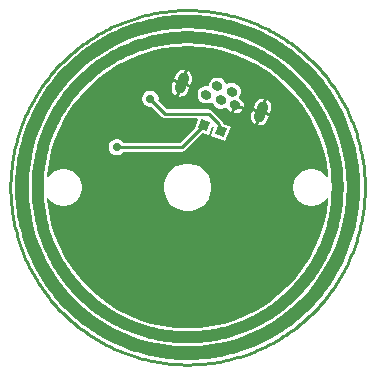
<source format=gbl>
G04*
G04 #@! TF.GenerationSoftware,Altium Limited,Altium Designer,22.0.2 (36)*
G04*
G04 Layer_Physical_Order=2*
G04 Layer_Color=16711680*
%FSLAX25Y25*%
%MOIN*%
G70*
G04*
G04 #@! TF.SameCoordinates,1EF7E0F6-051E-4D54-85AB-B994BD640D93*
G04*
G04*
G04 #@! TF.FilePolarity,Positive*
G04*
G01*
G75*
%ADD13C,0.01000*%
G04:AMPARAMS|DCode=31|XSize=71.5mil|YSize=35.75mil|CornerRadius=0mil|HoleSize=0mil|Usage=FLASHONLY|Rotation=250.000|XOffset=0mil|YOffset=0mil|HoleType=Round|Shape=Round|*
%AMOVALD31*
21,1,0.03575,0.03575,0.00000,0.00000,250.0*
1,1,0.03575,0.00611,0.01680*
1,1,0.03575,-0.00611,-0.01680*
%
%ADD31OVALD31*%

G04:AMPARAMS|DCode=32|XSize=37.4mil|YSize=31.5mil|CornerRadius=0mil|HoleSize=0mil|Usage=FLASHONLY|Rotation=340.000|XOffset=0mil|YOffset=0mil|HoleType=Round|Shape=Round|*
%AMOVALD32*
21,1,0.00591,0.03150,0.00000,0.00000,340.0*
1,1,0.03150,-0.00278,0.00101*
1,1,0.03150,0.00278,-0.00101*
%
%ADD32OVALD32*%

%ADD33C,0.02756*%
%ADD34C,0.03937*%
%ADD35P,0.04454X4X115.0*%
G36*
X6705Y56648D02*
X11129Y55948D01*
X15484Y54902D01*
X19744Y53518D01*
X23882Y51804D01*
X27873Y49771D01*
X31692Y47430D01*
X35315Y44798D01*
X38721Y41889D01*
X41889Y38721D01*
X44798Y35315D01*
X47430Y31692D01*
X49771Y27873D01*
X51804Y23882D01*
X53518Y19744D01*
X54902Y15484D01*
X55948Y11129D01*
X56648Y6705D01*
X57000Y2240D01*
Y0D01*
Y-2240D01*
X56648Y-6705D01*
X55948Y-11129D01*
X54902Y-15484D01*
X53518Y-19744D01*
X51804Y-23882D01*
X49771Y-27873D01*
X47430Y-31692D01*
X44798Y-35315D01*
X41889Y-38721D01*
X38721Y-41889D01*
X35315Y-44798D01*
X31692Y-47430D01*
X27873Y-49771D01*
X23882Y-51804D01*
X19744Y-53518D01*
X15484Y-54902D01*
X11129Y-55948D01*
X6705Y-56648D01*
X2240Y-57000D01*
X0Y-57000D01*
D01*
X0D01*
X-2240D01*
X-6705Y-56648D01*
X-11129Y-55948D01*
X-15484Y-54902D01*
X-19744Y-53518D01*
X-23882Y-51804D01*
X-27873Y-49771D01*
X-31692Y-47430D01*
X-35315Y-44798D01*
X-38721Y-41889D01*
X-41889Y-38721D01*
X-44798Y-35315D01*
X-47430Y-31692D01*
X-49771Y-27873D01*
X-51804Y-23882D01*
X-53518Y-19744D01*
X-54902Y-15484D01*
X-55948Y-11129D01*
X-56648Y-6705D01*
X-57000Y-2240D01*
Y0D01*
Y2240D01*
X-56648Y6705D01*
X-55948Y11129D01*
X-54902Y15484D01*
X-53518Y19744D01*
X-51804Y23882D01*
X-49771Y27873D01*
X-47430Y31692D01*
X-44798Y35315D01*
X-41889Y38721D01*
X-38721Y41889D01*
X-35315Y44798D01*
X-31692Y47430D01*
X-27873Y49771D01*
X-23882Y51804D01*
X-19744Y53518D01*
X-15484Y54902D01*
X-11129Y55948D01*
X-6705Y56648D01*
X-2240Y57000D01*
X2240D01*
X6705Y56648D01*
D02*
G37*
%LPC*%
G36*
X0Y53011D02*
X-4159Y52847D01*
X-8293Y52358D01*
X-12375Y51546D01*
X-16381Y50416D01*
X-20286Y48976D01*
X-24067Y47233D01*
X-27698Y45199D01*
X-31159Y42887D01*
X-34428Y40310D01*
X-37484Y37484D01*
X-40310Y34428D01*
X-42887Y31159D01*
X-45199Y27698D01*
X-47233Y24067D01*
X-48976Y20286D01*
X-50416Y16381D01*
X-51546Y12375D01*
X-52358Y8293D01*
X-52847Y4159D01*
X-53011Y0D01*
X-52847Y-4159D01*
X-52358Y-8293D01*
X-51546Y-12375D01*
X-50416Y-16381D01*
X-48976Y-20286D01*
X-47233Y-24067D01*
X-45199Y-27698D01*
X-42887Y-31159D01*
X-40310Y-34428D01*
X-37484Y-37484D01*
X-34428Y-40310D01*
X-31159Y-42887D01*
X-27698Y-45199D01*
X-24067Y-47233D01*
X-20286Y-48976D01*
X-16381Y-50416D01*
X-12375Y-51546D01*
X-8293Y-52358D01*
X-4159Y-52847D01*
X0Y-53011D01*
X4159Y-52847D01*
X8293Y-52358D01*
X12375Y-51546D01*
X16381Y-50416D01*
X20286Y-48976D01*
X24067Y-47233D01*
X27698Y-45199D01*
X31159Y-42887D01*
X34428Y-40310D01*
X37484Y-37484D01*
X40310Y-34428D01*
X42887Y-31159D01*
X45199Y-27698D01*
X47233Y-24067D01*
X48976Y-20286D01*
X50416Y-16381D01*
X51546Y-12375D01*
X52358Y-8293D01*
X52847Y-4159D01*
X53011Y0D01*
X52847Y4159D01*
X52358Y8293D01*
X51546Y12375D01*
X50416Y16381D01*
X48976Y20286D01*
X47233Y24067D01*
X45199Y27698D01*
X42887Y31159D01*
X40310Y34428D01*
X37484Y37484D01*
X34428Y40310D01*
X31159Y42887D01*
X27698Y45199D01*
X24067Y47233D01*
X20286Y48976D01*
X16381Y50416D01*
X12375Y51546D01*
X8293Y52358D01*
X4159Y52847D01*
X0Y53011D01*
D02*
G37*
%LPD*%
G36*
X4099Y46849D02*
X8166Y46313D01*
X12172Y45425D01*
X16084Y44192D01*
X19875Y42622D01*
X23514Y40727D01*
X26974Y38523D01*
X30229Y36025D01*
X33254Y33254D01*
X36025Y30229D01*
X38523Y26974D01*
X40727Y23514D01*
X42622Y19875D01*
X44192Y16084D01*
X45425Y12172D01*
X46313Y8166D01*
X46849Y4099D01*
X46866Y3696D01*
X46373Y3534D01*
X46115Y3920D01*
X45259Y4777D01*
X44251Y5450D01*
X43132Y5913D01*
X41944Y6150D01*
X40733D01*
X39545Y5913D01*
X38426Y5450D01*
X37418Y4777D01*
X36562Y3920D01*
X35889Y2913D01*
X35425Y1794D01*
X35189Y606D01*
Y-606D01*
X35425Y-1794D01*
X35889Y-2913D01*
X36562Y-3920D01*
X37418Y-4777D01*
X38426Y-5450D01*
X39545Y-5913D01*
X40733Y-6150D01*
X41944D01*
X43132Y-5913D01*
X44251Y-5450D01*
X45259Y-4777D01*
X46115Y-3920D01*
X46373Y-3534D01*
X46866Y-3696D01*
X46849Y-4099D01*
X46313Y-8166D01*
X45425Y-12172D01*
X44192Y-16084D01*
X42622Y-19875D01*
X40727Y-23514D01*
X38523Y-26974D01*
X36025Y-30229D01*
X33254Y-33254D01*
X30229Y-36025D01*
X26974Y-38523D01*
X23514Y-40727D01*
X19875Y-42622D01*
X16084Y-44192D01*
X12172Y-45425D01*
X8166Y-46313D01*
X4099Y-46849D01*
X0Y-47028D01*
X-4099Y-46849D01*
X-8166Y-46313D01*
X-12172Y-45425D01*
X-16084Y-44192D01*
X-19875Y-42622D01*
X-23514Y-40727D01*
X-26974Y-38523D01*
X-30229Y-36025D01*
X-33254Y-33254D01*
X-36025Y-30229D01*
X-38523Y-26974D01*
X-40727Y-23514D01*
X-42622Y-19875D01*
X-44192Y-16084D01*
X-45425Y-12172D01*
X-46313Y-8166D01*
X-46849Y-4099D01*
X-46866Y-3696D01*
X-46373Y-3534D01*
X-46115Y-3920D01*
X-45259Y-4777D01*
X-44251Y-5450D01*
X-43132Y-5913D01*
X-41944Y-6150D01*
X-40733D01*
X-39545Y-5913D01*
X-38426Y-5450D01*
X-37418Y-4777D01*
X-36562Y-3920D01*
X-35889Y-2913D01*
X-35425Y-1794D01*
X-35189Y-606D01*
Y606D01*
X-35425Y1794D01*
X-35889Y2913D01*
X-36562Y3920D01*
X-37418Y4777D01*
X-38426Y5450D01*
X-39545Y5913D01*
X-40733Y6150D01*
X-41944D01*
X-43132Y5913D01*
X-44251Y5450D01*
X-45259Y4777D01*
X-46115Y3920D01*
X-46373Y3534D01*
X-46866Y3696D01*
X-46849Y4099D01*
X-46313Y8166D01*
X-45425Y12172D01*
X-44192Y16084D01*
X-42622Y19875D01*
X-40727Y23514D01*
X-38523Y26974D01*
X-36025Y30229D01*
X-33254Y33254D01*
X-30229Y36025D01*
X-26974Y38523D01*
X-23514Y40727D01*
X-19875Y42622D01*
X-16084Y44192D01*
X-12172Y45425D01*
X-8166Y46313D01*
X-4099Y46849D01*
X0Y47028D01*
X4099Y46849D01*
D02*
G37*
%LPC*%
G36*
X-1050Y39242D02*
X-1783Y39210D01*
X-2483Y38989D01*
X-3102Y38595D01*
X-3598Y38054D01*
X-3937Y37403D01*
X-4377Y36193D01*
X-2205Y35403D01*
X-826Y39192D01*
X-1050Y39242D01*
D02*
G37*
G36*
X114Y38850D02*
X-1265Y35061D01*
X907Y34270D01*
X1347Y35480D01*
X1506Y36196D01*
X1474Y36930D01*
X1253Y37629D01*
X859Y38248D01*
X318Y38744D01*
X114Y38850D01*
D02*
G37*
G36*
X10347Y36610D02*
X9583D01*
X8845Y36413D01*
X8184Y36031D01*
X7644Y35490D01*
X7262Y34829D01*
X7064Y34091D01*
Y34071D01*
X6667Y33767D01*
X6596Y33786D01*
X5832D01*
X5094Y33588D01*
X4433Y33206D01*
X3892Y32666D01*
X3510Y32004D01*
X3313Y31266D01*
Y30502D01*
X3510Y29764D01*
X3892Y29103D01*
X4433Y28563D01*
X5094Y28181D01*
X5832Y27983D01*
X6596D01*
X7334Y28181D01*
X7701Y28392D01*
X8278Y28171D01*
X8320Y28014D01*
X8702Y27352D01*
X9242Y26812D01*
X9904Y26430D01*
X10642Y26232D01*
X11406D01*
X12144Y26430D01*
X12584Y26684D01*
X13161Y26517D01*
X13202Y26387D01*
X13566Y25815D01*
X14066Y25357D01*
X14484Y25139D01*
X15363Y27554D01*
X15833Y27383D01*
X16004Y27853D01*
X18660Y26886D01*
X18698Y27056D01*
X18668Y27733D01*
X18464Y28380D01*
X18100Y28952D01*
X17600Y29410D01*
X17230Y29603D01*
X17102Y30153D01*
X17117Y30212D01*
X17479Y30838D01*
X17676Y31576D01*
Y32340D01*
X17479Y33078D01*
X17097Y33740D01*
X16556Y34280D01*
X15895Y34662D01*
X15157Y34860D01*
X14393D01*
X13655Y34662D01*
X13288Y34450D01*
X12711Y34672D01*
X12669Y34829D01*
X12287Y35490D01*
X11747Y36031D01*
X11085Y36413D01*
X10347Y36610D01*
D02*
G37*
G36*
X-4719Y35253D02*
X-5159Y34044D01*
X-5318Y33327D01*
X-5286Y32594D01*
X-5065Y31894D01*
X-4671Y31275D01*
X-4130Y30779D01*
X-3926Y30673D01*
X-2547Y34463D01*
X-4719Y35253D01*
D02*
G37*
G36*
X-1607Y34121D02*
X-2987Y30331D01*
X-2763Y30281D01*
X-2029Y30313D01*
X-1329Y30534D01*
X-710Y30928D01*
X-215Y31470D01*
X124Y32120D01*
X565Y33330D01*
X-1607Y34121D01*
D02*
G37*
G36*
X25402Y29614D02*
X24669Y29582D01*
X23969Y29362D01*
X23350Y28967D01*
X22854Y28426D01*
X22515Y27775D01*
X22075Y26565D01*
X24247Y25775D01*
X25626Y29565D01*
X25402Y29614D01*
D02*
G37*
G36*
X16132Y26743D02*
X15424Y24797D01*
X15884Y24695D01*
X16562Y24725D01*
X17208Y24929D01*
X17780Y25293D01*
X18238Y25793D01*
X18318Y25947D01*
X16132Y26743D01*
D02*
G37*
G36*
X26566Y29223D02*
X25187Y25433D01*
X27359Y24642D01*
X27799Y25852D01*
X27958Y26568D01*
X27926Y27302D01*
X27705Y28002D01*
X27311Y28621D01*
X26770Y29116D01*
X26566Y29223D01*
D02*
G37*
G36*
X21733Y25626D02*
X21293Y24416D01*
X21134Y23699D01*
X21166Y22966D01*
X21386Y22266D01*
X21781Y21647D01*
X22322Y21151D01*
X22526Y21045D01*
X23905Y24835D01*
X21733Y25626D01*
D02*
G37*
G36*
X24845Y24493D02*
X23465Y20703D01*
X23689Y20654D01*
X24423Y20686D01*
X25123Y20906D01*
X25742Y21301D01*
X26237Y21842D01*
X26576Y22493D01*
X27017Y23702D01*
X24845Y24493D01*
D02*
G37*
G36*
X-12045Y32240D02*
X-12758D01*
X-13446Y32056D01*
X-14062Y31700D01*
X-14566Y31196D01*
X-14922Y30579D01*
X-15106Y29891D01*
Y29179D01*
X-14922Y28492D01*
X-14566Y27875D01*
X-14062Y27371D01*
X-13446Y27015D01*
X-12758Y26831D01*
X-12045D01*
X-11899Y26870D01*
X-8448Y23419D01*
X-7952Y23088D01*
X-7367Y22971D01*
X3146D01*
X3432Y22562D01*
X2423Y19787D01*
X-2450Y14915D01*
X-21382D01*
X-21458Y15047D01*
X-21961Y15550D01*
X-22578Y15906D01*
X-23266Y16091D01*
X-23978D01*
X-24666Y15906D01*
X-25283Y15550D01*
X-25786Y15047D01*
X-26142Y14430D01*
X-26327Y13742D01*
Y13030D01*
X-26142Y12342D01*
X-25786Y11725D01*
X-25283Y11221D01*
X-24666Y10865D01*
X-23978Y10681D01*
X-23266D01*
X-22578Y10865D01*
X-21961Y11221D01*
X-21458Y11725D01*
X-21382Y11856D01*
X-1816D01*
X-1231Y11973D01*
X-735Y12304D01*
X5070Y18109D01*
X7032Y17395D01*
X8076Y20263D01*
X8651Y20411D01*
X8862Y20233D01*
Y20212D01*
X7742Y17136D01*
X12581Y15375D01*
X14343Y20214D01*
X11921Y21096D01*
Y21105D01*
X11804Y21690D01*
X11473Y22186D01*
X8077Y25582D01*
X7581Y25914D01*
X6995Y26030D01*
X-6733D01*
X-9736Y29033D01*
X-9697Y29179D01*
Y29891D01*
X-9881Y30579D01*
X-10237Y31196D01*
X-10741Y31700D01*
X-11358Y32056D01*
X-12045Y32240D01*
D02*
G37*
G36*
X780Y7921D02*
X-780D01*
X-2310Y7617D01*
X-3752Y7020D01*
X-5049Y6153D01*
X-6153Y5049D01*
X-7020Y3752D01*
X-7617Y2310D01*
X-7921Y780D01*
Y-780D01*
X-7617Y-2310D01*
X-7020Y-3752D01*
X-6153Y-5049D01*
X-5049Y-6153D01*
X-3752Y-7020D01*
X-2310Y-7617D01*
X-780Y-7921D01*
X780D01*
X2310Y-7617D01*
X3752Y-7020D01*
X5049Y-6153D01*
X6153Y-5049D01*
X7020Y-3752D01*
X7617Y-2310D01*
X7921Y-780D01*
Y780D01*
X7617Y2310D01*
X7020Y3752D01*
X6153Y5049D01*
X5049Y6153D01*
X3752Y7020D01*
X2310Y7617D01*
X780Y7921D01*
D02*
G37*
%LPD*%
D13*
X10391Y19326D02*
X11042Y18675D01*
X10391Y19326D02*
Y21105D01*
X-7367Y24501D02*
X6995D01*
X10391Y21105D01*
X-23622Y13386D02*
X-1816D01*
X5493Y20695D01*
X-12402Y29535D02*
X-7367Y24501D01*
X59055Y0D02*
X59047Y1000D01*
X59021Y2000D01*
X58979Y2999D01*
X58920Y3997D01*
X58843Y4995D01*
X58750Y5991D01*
X58641Y6985D01*
X58514Y7977D01*
X58371Y8967D01*
X58210Y9954D01*
X58033Y10938D01*
X57840Y11919D01*
X57630Y12897D01*
X57403Y13871D01*
X57160Y14841D01*
X56900Y15807D01*
X56624Y16769D01*
X56332Y17725D01*
X56024Y18677D01*
X55700Y19623D01*
X55359Y20563D01*
X55003Y21498D01*
X54631Y22426D01*
X54244Y23348D01*
X53841Y24263D01*
X53422Y25172D01*
X52988Y26073D01*
X52539Y26966D01*
X52075Y27852D01*
X51595Y28730D01*
X51101Y29600D01*
X50593Y30461D01*
X50070Y31313D01*
X49532Y32157D01*
X48981Y32991D01*
X48415Y33816D01*
X47835Y34631D01*
X47242Y35436D01*
X46635Y36231D01*
X46015Y37015D01*
X45381Y37789D01*
X44735Y38552D01*
X44076Y39305D01*
X43404Y40045D01*
X42719Y40775D01*
X42023Y41492D01*
X41314Y42198D01*
X40593Y42892D01*
X39861Y43573D01*
X39118Y44242D01*
X38363Y44898D01*
X37597Y45541D01*
X36820Y46171D01*
X36033Y46788D01*
X35236Y47392D01*
X34428Y47982D01*
X33610Y48558D01*
X32783Y49120D01*
X31947Y49668D01*
X31101Y50202D01*
X30246Y50721D01*
X29383Y51226D01*
X28511Y51717D01*
X27631Y52192D01*
X26744Y52653D01*
X25848Y53098D01*
X24945Y53528D01*
X24035Y53943D01*
X23118Y54342D01*
X22195Y54726D01*
X21264Y55094D01*
X20328Y55446D01*
X19387Y55782D01*
X18439Y56103D01*
X17486Y56407D01*
X16529Y56695D01*
X15566Y56967D01*
X14599Y57222D01*
X13628Y57461D01*
X12653Y57684D01*
X11674Y57890D01*
X10692Y58079D01*
X9707Y58252D01*
X8719Y58408D01*
X7729Y58547D01*
X6736Y58670D01*
X5742Y58775D01*
X4746Y58864D01*
X3748Y58936D01*
X2749Y58991D01*
X1750Y59029D01*
X750Y59050D01*
X-250Y59055D01*
X-1250Y59042D01*
X-2250Y59012D01*
X-3249Y58966D01*
X-4247Y58902D01*
X-5244Y58822D01*
X-6239Y58725D01*
X-7233Y58610D01*
X-8224Y58480D01*
X-9214Y58332D01*
X-10200Y58167D01*
X-11184Y57986D01*
X-12164Y57789D01*
X-13141Y57574D01*
X-14114Y57344D01*
X-15083Y57096D01*
X-16048Y56833D01*
X-17008Y56553D01*
X-17964Y56257D01*
X-18914Y55944D01*
X-19858Y55616D01*
X-20797Y55272D01*
X-21731Y54912D01*
X-22657Y54536D01*
X-23578Y54144D01*
X-24491Y53737D01*
X-25398Y53315D01*
X-26297Y52877D01*
X-27189Y52424D01*
X-28073Y51956D01*
X-28948Y51473D01*
X-29816Y50976D01*
X-30675Y50463D01*
X-31525Y49937D01*
X-32366Y49396D01*
X-33198Y48840D01*
X-34021Y48271D01*
X-34833Y47688D01*
X-35636Y47091D01*
X-36428Y46481D01*
X-37210Y45858D01*
X-37981Y45221D01*
X-38742Y44571D01*
X-39491Y43909D01*
X-40229Y43234D01*
X-40955Y42546D01*
X-41670Y41846D01*
X-42373Y41135D01*
X-43063Y40411D01*
X-43741Y39676D01*
X-44407Y38930D01*
X-45060Y38172D01*
X-45700Y37404D01*
X-46327Y36624D01*
X-46940Y35835D01*
X-47541Y35034D01*
X-48127Y34224D01*
X-48700Y33404D01*
X-49258Y32575D01*
X-49803Y31736D01*
X-50333Y30888D01*
X-50849Y30031D01*
X-51350Y29166D01*
X-51837Y28292D01*
X-52309Y27410D01*
X-52765Y26520D01*
X-53207Y25623D01*
X-53633Y24718D01*
X-54044Y23806D01*
X-54440Y22888D01*
X-54819Y21962D01*
X-55183Y21031D01*
X-55532Y20093D01*
X-55864Y19150D01*
X-56180Y18201D01*
X-56480Y17247D01*
X-56764Y16288D01*
X-57032Y15325D01*
X-57284Y14357D01*
X-57518Y13384D01*
X-57737Y12408D01*
X-57939Y11429D01*
X-58124Y10446D01*
X-58293Y9460D01*
X-58444Y8472D01*
X-58579Y7481D01*
X-58698Y6488D01*
X-58799Y5493D01*
X-58884Y4496D01*
X-58951Y3498D01*
X-59002Y2499D01*
X-59036Y1500D01*
X-59053Y500D01*
X-59053Y-500D01*
X-59036Y-1500D01*
X-59002Y-2500D01*
X-58951Y-3499D01*
X-58884Y-4497D01*
X-58799Y-5493D01*
X-58698Y-6488D01*
X-58579Y-7481D01*
X-58444Y-8472D01*
X-58292Y-9461D01*
X-58124Y-10447D01*
X-57938Y-11429D01*
X-57737Y-12409D01*
X-57518Y-13385D01*
X-57283Y-14357D01*
X-57032Y-15325D01*
X-56764Y-16289D01*
X-56480Y-17248D01*
X-56180Y-18202D01*
X-55864Y-19151D01*
X-55532Y-20094D01*
X-55183Y-21031D01*
X-54819Y-21963D01*
X-54439Y-22888D01*
X-54044Y-23807D01*
X-53633Y-24719D01*
X-53207Y-25623D01*
X-52765Y-26521D01*
X-52308Y-27411D01*
X-51837Y-28292D01*
X-51350Y-29166D01*
X-50849Y-30032D01*
X-50333Y-30889D01*
X-49803Y-31736D01*
X-49258Y-32575D01*
X-48699Y-33405D01*
X-48127Y-34225D01*
X-47540Y-35035D01*
X-46940Y-35835D01*
X-46326Y-36625D01*
X-45700Y-37404D01*
X-45059Y-38173D01*
X-44407Y-38930D01*
X-43741Y-39677D01*
X-43063Y-40412D01*
X-42372Y-41135D01*
X-41669Y-41847D01*
X-40955Y-42546D01*
X-40229Y-43234D01*
X-39491Y-43909D01*
X-38741Y-44572D01*
X-37981Y-45221D01*
X-37210Y-45858D01*
X-36428Y-46481D01*
X-35635Y-47092D01*
X-34833Y-47688D01*
X-34020Y-48272D01*
X-33198Y-48841D01*
X-32366Y-49396D01*
X-31525Y-49937D01*
X-30674Y-50464D01*
X-29816Y-50976D01*
X-28948Y-51473D01*
X-28072Y-51956D01*
X-27188Y-52424D01*
X-26296Y-52877D01*
X-25397Y-53315D01*
X-24491Y-53737D01*
X-23577Y-54145D01*
X-22657Y-54536D01*
X-21730Y-54912D01*
X-20797Y-55272D01*
X-19858Y-55616D01*
X-18913Y-55945D01*
X-17963Y-56257D01*
X-17008Y-56553D01*
X-16048Y-56833D01*
X-15083Y-57097D01*
X-14114Y-57344D01*
X-13141Y-57575D01*
X-12164Y-57789D01*
X-11183Y-57986D01*
X-10200Y-58168D01*
X-9213Y-58332D01*
X-8224Y-58480D01*
X-7232Y-58611D01*
X-6239Y-58725D01*
X-5244Y-58822D01*
X-4247Y-58902D01*
X-3249Y-58966D01*
X-2249Y-59012D01*
X-1250Y-59042D01*
X-250Y-59055D01*
X750Y-59050D01*
X1750Y-59029D01*
X2750Y-58991D01*
X3748Y-58936D01*
X4746Y-58864D01*
X5742Y-58775D01*
X6736Y-58670D01*
X7729Y-58547D01*
X8719Y-58408D01*
X9707Y-58252D01*
X10692Y-58079D01*
X11674Y-57890D01*
X12653Y-57684D01*
X13628Y-57461D01*
X14599Y-57222D01*
X15566Y-56967D01*
X16529Y-56695D01*
X17486Y-56407D01*
X18439Y-56103D01*
X19387Y-55782D01*
X20328Y-55446D01*
X21264Y-55094D01*
X22195Y-54726D01*
X23118Y-54342D01*
X24035Y-53943D01*
X24945Y-53528D01*
X25848Y-53098D01*
X26744Y-52653D01*
X27631Y-52192D01*
X28511Y-51717D01*
X29383Y-51227D01*
X30246Y-50722D01*
X31101Y-50202D01*
X31947Y-49668D01*
X32783Y-49120D01*
X33610Y-48558D01*
X34428Y-47982D01*
X35235Y-47392D01*
X36033Y-46788D01*
X36820Y-46171D01*
X37597Y-45541D01*
X38363Y-44898D01*
X39117Y-44242D01*
X39861Y-43573D01*
X40593Y-42892D01*
X41314Y-42198D01*
X42022Y-41493D01*
X42719Y-40775D01*
X43403Y-40046D01*
X44075Y-39305D01*
X44735Y-38553D01*
X45381Y-37790D01*
X46014Y-37016D01*
X46635Y-36231D01*
X47242Y-35436D01*
X47835Y-34631D01*
X48415Y-33816D01*
X48980Y-32991D01*
X49532Y-32157D01*
X50069Y-31314D01*
X50593Y-30461D01*
X51101Y-29600D01*
X51595Y-28731D01*
X52074Y-27853D01*
X52539Y-26967D01*
X52988Y-26073D01*
X53422Y-25172D01*
X53840Y-24264D01*
X54243Y-23349D01*
X54631Y-22427D01*
X55003Y-21498D01*
X55359Y-20564D01*
X55699Y-19623D01*
X56024Y-18677D01*
X56332Y-17726D01*
X56624Y-16769D01*
X56900Y-15808D01*
X57160Y-14842D01*
X57403Y-13872D01*
X57629Y-12898D01*
X57840Y-11920D01*
X58033Y-10939D01*
X58210Y-9955D01*
X58370Y-8967D01*
X58514Y-7978D01*
X58640Y-6986D01*
X58750Y-5991D01*
X58843Y-4996D01*
X58920Y-3999D01*
X58979Y-3000D01*
X59021Y-2001D01*
X59047Y-1001D01*
X59055Y-1D01*
Y0D01*
D31*
X24546Y25134D02*
D03*
X-1906Y34762D02*
D03*
D32*
X15833Y27383D02*
D03*
X14775Y31958D02*
D03*
X11024Y29134D02*
D03*
X9965Y33709D02*
D03*
X6214Y30884D02*
D03*
D33*
X0Y55512D02*
D03*
X47638Y14567D02*
D03*
X-43701Y24803D02*
D03*
X-38583Y-31496D02*
D03*
X35433Y42913D02*
D03*
X-42520Y35827D02*
D03*
X-38976Y-39764D02*
D03*
X37795Y-40945D02*
D03*
X55512Y0D02*
D03*
X-55512Y-1181D02*
D03*
X0Y-55905D02*
D03*
X24016Y-25591D02*
D03*
X19291D02*
D03*
X10236D02*
D03*
X5512D02*
D03*
X-23622Y13386D02*
D03*
X-12402Y29535D02*
D03*
D34*
X55512Y0D02*
X55503Y999D01*
X55476Y1998D01*
X55431Y2997D01*
X55368Y3994D01*
X55287Y4990D01*
X55188Y5985D01*
X55072Y6977D01*
X54937Y7968D01*
X54785Y8955D01*
X54615Y9940D01*
X54427Y10922D01*
X54221Y11900D01*
X53998Y12874D01*
X53758Y13844D01*
X53500Y14809D01*
X53225Y15770D01*
X52932Y16726D01*
X52622Y17676D01*
X52296Y18620D01*
X51952Y19559D01*
X51591Y20491D01*
X51214Y21417D01*
X50820Y22335D01*
X50410Y23246D01*
X49983Y24150D01*
X49540Y25046D01*
X49082Y25934D01*
X48607Y26813D01*
X48116Y27684D01*
X47610Y28545D01*
X47089Y29398D01*
X46552Y30241D01*
X46000Y31074D01*
X45433Y31897D01*
X44851Y32710D01*
X44255Y33512D01*
X43645Y34303D01*
X43020Y35083D01*
X42381Y35852D01*
X41729Y36609D01*
X41063Y37355D01*
X40384Y38088D01*
X39692Y38809D01*
X38987Y39517D01*
X38269Y40212D01*
X37539Y40895D01*
X36797Y41564D01*
X36042Y42220D01*
X35277Y42862D01*
X34499Y43490D01*
X33711Y44104D01*
X32911Y44704D01*
X32101Y45289D01*
X31281Y45859D01*
X30450Y46415D01*
X29610Y46956D01*
X28760Y47481D01*
X27900Y47991D01*
X27032Y48486D01*
X26154Y48964D01*
X25269Y49427D01*
X24375Y49874D01*
X23473Y50305D01*
X22564Y50719D01*
X21647Y51117D01*
X20723Y51499D01*
X19793Y51863D01*
X18856Y52211D01*
X17913Y52542D01*
X16964Y52856D01*
X16010Y53153D01*
X15050Y53433D01*
X14086Y53695D01*
X13117Y53940D01*
X12144Y54167D01*
X11167Y54377D01*
X10186Y54569D01*
X9202Y54744D01*
X8215Y54901D01*
X7225Y55040D01*
X6233Y55161D01*
X5239Y55264D01*
X4243Y55349D01*
X3246Y55417D01*
X2248Y55466D01*
X1249Y55498D01*
X250Y55511D01*
X-750Y55507D01*
X-1749Y55484D01*
X-2747Y55444D01*
X-3745Y55385D01*
X-4741Y55309D01*
X-5736Y55215D01*
X-6729Y55102D01*
X-7720Y54972D01*
X-8709Y54825D01*
X-9694Y54659D01*
X-10677Y54475D01*
X-11655Y54274D01*
X-12631Y54056D01*
X-13602Y53820D01*
X-14568Y53566D01*
X-15530Y53295D01*
X-16487Y53007D01*
X-17439Y52701D01*
X-18385Y52379D01*
X-19325Y52039D01*
X-20258Y51683D01*
X-21186Y51310D01*
X-22106Y50920D01*
X-23019Y50514D01*
X-23925Y50092D01*
X-24823Y49653D01*
X-25712Y49198D01*
X-26594Y48727D01*
X-27467Y48240D01*
X-28331Y47738D01*
X-29186Y47220D01*
X-30031Y46687D01*
X-30867Y46139D01*
X-31692Y45576D01*
X-32508Y44998D01*
X-33312Y44405D01*
X-34106Y43799D01*
X-34889Y43178D01*
X-35661Y42542D01*
X-36421Y41894D01*
X-37169Y41231D01*
X-37906Y40555D01*
X-38629Y39866D01*
X-39341Y39164D01*
X-40040Y38450D01*
X-40725Y37723D01*
X-41398Y36983D01*
X-42057Y36232D01*
X-42702Y35469D01*
X-43334Y34695D01*
X-43952Y33909D01*
X-44555Y33112D01*
X-45144Y32305D01*
X-45718Y31487D01*
X-46277Y30659D01*
X-46822Y29821D01*
X-47351Y28973D01*
X-47865Y28116D01*
X-48364Y27250D01*
X-48846Y26374D01*
X-49313Y25491D01*
X-49764Y24599D01*
X-50199Y23699D01*
X-50617Y22792D01*
X-51019Y21877D01*
X-51405Y20955D01*
X-51774Y20026D01*
X-52126Y19090D01*
X-52461Y18149D01*
X-52779Y17202D01*
X-53080Y16249D01*
X-53364Y15290D01*
X-53631Y14327D01*
X-53880Y13359D01*
X-54112Y12387D01*
X-54326Y11411D01*
X-54523Y10431D01*
X-54702Y9448D01*
X-54863Y8462D01*
X-55007Y7473D01*
X-55132Y6481D01*
X-55240Y5488D01*
X-55330Y4492D01*
X-55402Y3495D01*
X-55456Y2497D01*
X-55492Y1499D01*
X-55510Y500D01*
Y-500D01*
X-55492Y-1499D01*
X-55456Y-2498D01*
X-55402Y-3496D01*
X-55330Y-4493D01*
X-55240Y-5488D01*
X-55132Y-6481D01*
X-55006Y-7473D01*
X-54863Y-8462D01*
X-54702Y-9448D01*
X-54523Y-10432D01*
X-54326Y-11411D01*
X-54112Y-12388D01*
X-53880Y-13360D01*
X-53631Y-14327D01*
X-53364Y-15291D01*
X-53080Y-16249D01*
X-52779Y-17202D01*
X-52461Y-18149D01*
X-52126Y-19091D01*
X-51774Y-20026D01*
X-51405Y-20955D01*
X-51019Y-21877D01*
X-50617Y-22792D01*
X-50199Y-23699D01*
X-49764Y-24599D01*
X-49313Y-25491D01*
X-48846Y-26375D01*
X-48363Y-27250D01*
X-47865Y-28116D01*
X-47351Y-28973D01*
X-46822Y-29821D01*
X-46277Y-30659D01*
X-45718Y-31487D01*
X-45144Y-32305D01*
X-44555Y-33112D01*
X-43951Y-33909D01*
X-43334Y-34695D01*
X-42702Y-35469D01*
X-42057Y-36233D01*
X-41398Y-36984D01*
X-40725Y-37723D01*
X-40039Y-38450D01*
X-39341Y-39165D01*
X-38629Y-39867D01*
X-37905Y-40556D01*
X-37169Y-41231D01*
X-36421Y-41894D01*
X-35661Y-42543D01*
X-34889Y-43178D01*
X-34106Y-43799D01*
X-33312Y-44406D01*
X-32507Y-44998D01*
X-31692Y-45576D01*
X-30866Y-46139D01*
X-30031Y-46687D01*
X-29185Y-47221D01*
X-28330Y-47738D01*
X-27466Y-48241D01*
X-26594Y-48727D01*
X-25712Y-49198D01*
X-24822Y-49653D01*
X-23924Y-50092D01*
X-23019Y-50514D01*
X-22106Y-50921D01*
X-21185Y-51310D01*
X-20258Y-51683D01*
X-19324Y-52040D01*
X-18384Y-52379D01*
X-17438Y-52702D01*
X-16487Y-53007D01*
X-15530Y-53295D01*
X-14568Y-53566D01*
X-13601Y-53820D01*
X-12630Y-54056D01*
X-11655Y-54274D01*
X-10676Y-54475D01*
X-9694Y-54659D01*
X-8708Y-54825D01*
X-7720Y-54972D01*
X-6729Y-55102D01*
X-5736Y-55215D01*
X-4741Y-55309D01*
X-3744Y-55385D01*
X-2747Y-55444D01*
X-1748Y-55484D01*
X-749Y-55507D01*
X250Y-55511D01*
X1250Y-55498D01*
X2249Y-55466D01*
X3247Y-55417D01*
X4244Y-55349D01*
X5240Y-55264D01*
X6234Y-55161D01*
X7226Y-55040D01*
X8215Y-54900D01*
X9202Y-54744D01*
X10187Y-54569D01*
X11167Y-54377D01*
X12144Y-54167D01*
X13118Y-53940D01*
X14086Y-53695D01*
X15051Y-53433D01*
X16010Y-53153D01*
X16965Y-52856D01*
X17913Y-52542D01*
X18856Y-52211D01*
X19793Y-51863D01*
X20724Y-51498D01*
X21647Y-51117D01*
X22564Y-50719D01*
X23474Y-50305D01*
X24375Y-49874D01*
X25269Y-49427D01*
X26155Y-48964D01*
X27032Y-48485D01*
X27901Y-47991D01*
X28760Y-47481D01*
X29610Y-46955D01*
X30451Y-46415D01*
X31282Y-45859D01*
X32102Y-45288D01*
X32912Y-44703D01*
X33711Y-44103D01*
X34500Y-43489D01*
X35277Y-42861D01*
X36043Y-42219D01*
X36797Y-41563D01*
X37540Y-40894D01*
X38270Y-40212D01*
X38987Y-39516D01*
X39693Y-38808D01*
X40385Y-38087D01*
X41064Y-37354D01*
X41730Y-36609D01*
X42382Y-35851D01*
X43021Y-35083D01*
X43645Y-34302D01*
X44256Y-33511D01*
X44852Y-32709D01*
X45433Y-31896D01*
X46000Y-31073D01*
X46552Y-30240D01*
X47089Y-29397D01*
X47611Y-28545D01*
X48117Y-27683D01*
X48607Y-26812D01*
X49082Y-25933D01*
X49541Y-25045D01*
X49984Y-24149D01*
X50410Y-23245D01*
X50821Y-22334D01*
X51215Y-21416D01*
X51592Y-20490D01*
X51952Y-19558D01*
X52296Y-18620D01*
X52623Y-17675D01*
X52932Y-16725D01*
X53225Y-15769D01*
X53500Y-14808D01*
X53758Y-13843D01*
X53999Y-12873D01*
X54222Y-11899D01*
X54427Y-10921D01*
X54615Y-9939D01*
X54785Y-8954D01*
X54937Y-7966D01*
X55072Y-6976D01*
X55188Y-5984D01*
X55287Y-4989D01*
X55368Y-3993D01*
X55431Y-2996D01*
X55476Y-1997D01*
X55503Y-998D01*
X55512Y0D01*
X50002D02*
X49992Y1001D01*
X49962Y2001D01*
X49911Y3000D01*
X49841Y3998D01*
X49751Y4994D01*
X49642Y5989D01*
X49512Y6981D01*
X49362Y7970D01*
X49193Y8956D01*
X49004Y9939D01*
X48795Y10917D01*
X48567Y11891D01*
X48319Y12861D01*
X48052Y13825D01*
X47766Y14784D01*
X47461Y15736D01*
X47136Y16683D01*
X46793Y17623D01*
X46431Y18555D01*
X46051Y19481D01*
X45652Y20398D01*
X45234Y21308D01*
X44799Y22208D01*
X44346Y23100D01*
X43874Y23983D01*
X43386Y24856D01*
X42880Y25719D01*
X42357Y26572D01*
X41816Y27414D01*
X41260Y28245D01*
X40686Y29065D01*
X40096Y29874D01*
X39491Y30670D01*
X38869Y31454D01*
X38232Y32225D01*
X37579Y32984D01*
X36912Y33729D01*
X36230Y34461D01*
X35533Y35179D01*
X34822Y35883D01*
X34097Y36573D01*
X33358Y37247D01*
X32606Y37907D01*
X31841Y38552D01*
X31064Y39182D01*
X30273Y39795D01*
X29471Y40393D01*
X28657Y40975D01*
X27831Y41540D01*
X26995Y42088D01*
X26147Y42620D01*
X25289Y43135D01*
X24421Y43632D01*
X23543Y44112D01*
X22656Y44574D01*
X21759Y45019D01*
X20854Y45445D01*
X19941Y45853D01*
X19019Y46243D01*
X18090Y46614D01*
X17154Y46967D01*
X16211Y47301D01*
X15261Y47616D01*
X14305Y47912D01*
X13344Y48188D01*
X12377Y48445D01*
X11405Y48684D01*
X10429Y48902D01*
X9448Y49101D01*
X8464Y49280D01*
X7476Y49439D01*
X6485Y49579D01*
X5492Y49699D01*
X4496Y49799D01*
X3499Y49879D01*
X2500Y49939D01*
X1501Y49979D01*
X500Y49999D01*
X-500D01*
X-1501Y49979D01*
X-2500Y49939D01*
X-3499Y49879D01*
X-4496Y49799D01*
X-5492Y49699D01*
X-6485Y49579D01*
X-7476Y49439D01*
X-8464Y49280D01*
X-9448Y49101D01*
X-10429Y48902D01*
X-11405Y48684D01*
X-12377Y48445D01*
X-13344Y48188D01*
X-14305Y47912D01*
X-15261Y47616D01*
X-16211Y47301D01*
X-17154Y46967D01*
X-18090Y46614D01*
X-19019Y46243D01*
X-19941Y45853D01*
X-20854Y45445D01*
X-21759Y45019D01*
X-22656Y44574D01*
X-23543Y44112D01*
X-24421Y43632D01*
X-25289Y43135D01*
X-26147Y42620D01*
X-26995Y42088D01*
X-27831Y41540D01*
X-28657Y40975D01*
X-29471Y40393D01*
X-30274Y39795D01*
X-31064Y39182D01*
X-31841Y38552D01*
X-32606Y37907D01*
X-33358Y37247D01*
X-34097Y36573D01*
X-34822Y35883D01*
X-35533Y35179D01*
X-36230Y34461D01*
X-36912Y33729D01*
X-37580Y32984D01*
X-38232Y32225D01*
X-38869Y31454D01*
X-39491Y30670D01*
X-40096Y29874D01*
X-40686Y29065D01*
X-41260Y28245D01*
X-41816Y27414D01*
X-42357Y26572D01*
X-42880Y25719D01*
X-43386Y24856D01*
X-43874Y23983D01*
X-44346Y23100D01*
X-44799Y22208D01*
X-45234Y21308D01*
X-45652Y20398D01*
X-46051Y19481D01*
X-46431Y18555D01*
X-46793Y17623D01*
X-47136Y16683D01*
X-47461Y15736D01*
X-47766Y14784D01*
X-48052Y13825D01*
X-48319Y12861D01*
X-48567Y11891D01*
X-48795Y10917D01*
X-49004Y9939D01*
X-49193Y8956D01*
X-49362Y7970D01*
X-49512Y6981D01*
X-49642Y5989D01*
X-49751Y4994D01*
X-49841Y3998D01*
X-49911Y3000D01*
X-49962Y2000D01*
X-49992Y1000D01*
X-50002Y-0D01*
X-49992Y-1001D01*
X-49962Y-2001D01*
X-49911Y-3000D01*
X-49841Y-3998D01*
X-49751Y-4995D01*
X-49642Y-5989D01*
X-49512Y-6981D01*
X-49362Y-7970D01*
X-49193Y-8957D01*
X-49004Y-9939D01*
X-48795Y-10917D01*
X-48567Y-11892D01*
X-48319Y-12861D01*
X-48052Y-13825D01*
X-47766Y-14784D01*
X-47461Y-15737D01*
X-47136Y-16683D01*
X-46793Y-17623D01*
X-46431Y-18556D01*
X-46050Y-19481D01*
X-45651Y-20399D01*
X-45234Y-21308D01*
X-44799Y-22209D01*
X-44345Y-23101D01*
X-43874Y-23983D01*
X-43386Y-24857D01*
X-42880Y-25720D01*
X-42356Y-26572D01*
X-41816Y-27415D01*
X-41259Y-28246D01*
X-40686Y-29066D01*
X-40096Y-29874D01*
X-39490Y-30670D01*
X-38869Y-31454D01*
X-38232Y-32226D01*
X-37579Y-32984D01*
X-36912Y-33729D01*
X-36229Y-34461D01*
X-35533Y-35179D01*
X-34822Y-35883D01*
X-34097Y-36573D01*
X-33358Y-37248D01*
X-32606Y-37908D01*
X-31841Y-38553D01*
X-31063Y-39182D01*
X-30273Y-39796D01*
X-29471Y-40393D01*
X-28657Y-40975D01*
X-27831Y-41540D01*
X-26994Y-42089D01*
X-26147Y-42620D01*
X-25289Y-43135D01*
X-24421Y-43632D01*
X-23543Y-44112D01*
X-22655Y-44574D01*
X-21759Y-45019D01*
X-20854Y-45445D01*
X-19940Y-45853D01*
X-19019Y-46243D01*
X-18090Y-46615D01*
X-17153Y-46967D01*
X-16210Y-47301D01*
X-15260Y-47616D01*
X-14305Y-47912D01*
X-13343Y-48188D01*
X-12376Y-48446D01*
X-11405Y-48684D01*
X-10428Y-48902D01*
X-9448Y-49101D01*
X-8463Y-49280D01*
X-7476Y-49440D01*
X-6485Y-49579D01*
X-5492Y-49699D01*
X-4496Y-49799D01*
X-3499Y-49879D01*
X-2500Y-49939D01*
X-1500Y-49979D01*
X-500Y-49999D01*
X501D01*
X1501Y-49979D01*
X2500Y-49939D01*
X3499Y-49879D01*
X4496Y-49799D01*
X5492Y-49699D01*
X6485Y-49579D01*
X7476Y-49439D01*
X8464Y-49280D01*
X9448Y-49101D01*
X10429Y-48902D01*
X11405Y-48684D01*
X12377Y-48445D01*
X13344Y-48188D01*
X14305Y-47912D01*
X15261Y-47616D01*
X16211Y-47301D01*
X17154Y-46967D01*
X18090Y-46614D01*
X19019Y-46243D01*
X19941Y-45853D01*
X20854Y-45445D01*
X21759Y-45019D01*
X22656Y-44574D01*
X23543Y-44112D01*
X24421Y-43632D01*
X25289Y-43135D01*
X26147Y-42620D01*
X26994Y-42089D01*
X27831Y-41540D01*
X28657Y-40975D01*
X29471Y-40393D01*
X30273Y-39796D01*
X31064Y-39182D01*
X31841Y-38552D01*
X32606Y-37908D01*
X33358Y-37248D01*
X34097Y-36573D01*
X34822Y-35883D01*
X35533Y-35179D01*
X36230Y-34461D01*
X36912Y-33729D01*
X37579Y-32984D01*
X38232Y-32226D01*
X38869Y-31454D01*
X39490Y-30670D01*
X40096Y-29874D01*
X40686Y-29066D01*
X41259Y-28246D01*
X41816Y-27415D01*
X42356Y-26572D01*
X42880Y-25720D01*
X43386Y-24857D01*
X43874Y-23983D01*
X44345Y-23101D01*
X44799Y-22209D01*
X45234Y-21308D01*
X45651Y-20399D01*
X46050Y-19481D01*
X46431Y-18556D01*
X46793Y-17623D01*
X47136Y-16683D01*
X47461Y-15737D01*
X47766Y-14784D01*
X48052Y-13826D01*
X48319Y-12861D01*
X48567Y-11892D01*
X48795Y-10918D01*
X49004Y-9939D01*
X49193Y-8957D01*
X49362Y-7971D01*
X49512Y-6981D01*
X49641Y-5989D01*
X49751Y-4995D01*
X49841Y-3998D01*
X49911Y-3000D01*
X49962Y-2001D01*
X49992Y-1001D01*
X50002Y-1D01*
D35*
X11042Y18675D02*
D03*
X5493Y20695D02*
D03*
M02*

</source>
